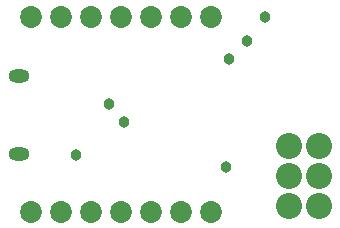
<source format=gbs>
G04*
G04 #@! TF.GenerationSoftware,Altium Limited,Altium Designer,24.9.1 (31)*
G04*
G04 Layer_Color=16711935*
%FSLAX25Y25*%
%MOIN*%
G70*
G04*
G04 #@! TF.SameCoordinates,63D46F20-04D2-406D-A019-F368FE4B28ED*
G04*
G04*
G04 #@! TF.FilePolarity,Negative*
G04*
G01*
G75*
%ADD23C,0.07300*%
%ADD24C,0.08674*%
%ADD25O,0.07099X0.04343*%
%ADD26C,0.03800*%
D23*
X329000Y350000D02*
D03*
X349000D02*
D03*
X359000D02*
D03*
X369000D02*
D03*
X379000D02*
D03*
X389000D02*
D03*
X339000D02*
D03*
X329000Y285000D02*
D03*
X349000D02*
D03*
X359000D02*
D03*
X369000D02*
D03*
X379000D02*
D03*
X389000D02*
D03*
X339000D02*
D03*
D24*
X415000Y287000D02*
D03*
Y297000D02*
D03*
Y307000D02*
D03*
X425000D02*
D03*
Y297000D02*
D03*
Y287000D02*
D03*
D25*
X325000Y304232D02*
D03*
Y330217D02*
D03*
D26*
X355000Y321000D02*
D03*
X360000Y315000D02*
D03*
X394000Y300000D02*
D03*
X407000Y350000D02*
D03*
X401000Y342000D02*
D03*
X395000Y336000D02*
D03*
X344000Y304000D02*
D03*
M02*

</source>
